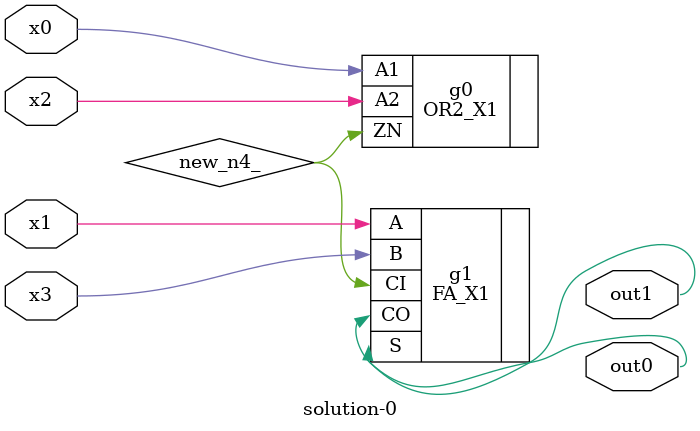
<source format=v>
module \solution-0 (
  x0, x1, x2, x3,
  out0, out1 );
  input x0, x1, x2, x3;
  output out0, out1;
  wire new_n4_;
  OR2_X1  g0(.A1(x0), .A2(x2), .ZN(new_n4_));
  FA_X1  g1(.A(x1), .B(x3), .CI(new_n4_), .CO(out1), .S(out0));
endmodule

</source>
